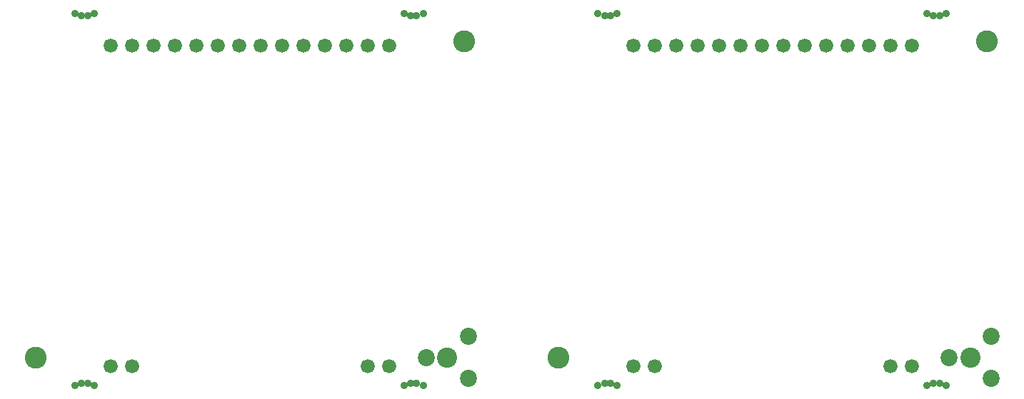
<source format=gbs>
G04 #@! TF.GenerationSoftware,KiCad,Pcbnew,7.0.10*
G04 #@! TF.CreationDate,2024-01-03T22:04:12+01:00*
G04 #@! TF.ProjectId,dogs102,646f6773-3130-4322-9e6b-696361645f70,rev?*
G04 #@! TF.SameCoordinates,Original*
G04 #@! TF.FileFunction,Soldermask,Bot*
G04 #@! TF.FilePolarity,Negative*
%FSLAX46Y46*%
G04 Gerber Fmt 4.6, Leading zero omitted, Abs format (unit mm)*
G04 Created by KiCad (PCBNEW 7.0.10) date 2024-01-03 22:04:12*
%MOMM*%
%LPD*%
G01*
G04 APERTURE LIST*
%ADD10C,1.680000*%
%ADD11C,2.400000*%
%ADD12C,2.020000*%
%ADD13C,2.600000*%
%ADD14C,0.900000*%
G04 APERTURE END LIST*
D10*
X130590000Y-124460000D03*
X133130000Y-124460000D03*
X161070000Y-124460000D03*
X163610000Y-124460000D03*
X163610000Y-86360000D03*
X161070000Y-86360000D03*
X158530000Y-86360000D03*
X155990000Y-86360000D03*
X153450000Y-86360000D03*
X150910000Y-86360000D03*
X148370000Y-86360000D03*
X145830000Y-86360000D03*
X143290000Y-86360000D03*
X140750000Y-86360000D03*
X138210000Y-86360000D03*
X135670000Y-86360000D03*
X133130000Y-86360000D03*
X130590000Y-86360000D03*
D11*
X170510000Y-123400000D03*
D12*
X173010000Y-120900000D03*
X168010000Y-123400000D03*
X173010000Y-125900000D03*
D13*
X183660000Y-123450000D03*
D14*
X227360000Y-82500000D03*
X228160000Y-82750000D03*
X228860000Y-82750000D03*
X229660000Y-82500000D03*
X229660000Y-126750000D03*
X228860000Y-126500000D03*
X228160000Y-126500000D03*
X227360000Y-126750000D03*
X188360000Y-82500000D03*
X189160000Y-82750000D03*
X189860000Y-82750000D03*
X190660000Y-82500000D03*
D13*
X172460000Y-85850000D03*
X121660000Y-123450000D03*
X234460000Y-85850000D03*
D14*
X165360000Y-82500000D03*
X166160000Y-82750000D03*
X166860000Y-82750000D03*
X167660000Y-82500000D03*
X126360000Y-82500000D03*
X127160000Y-82750000D03*
X127860000Y-82750000D03*
X128660000Y-82500000D03*
X167660000Y-126750000D03*
X166860000Y-126500000D03*
X166160000Y-126500000D03*
X165360000Y-126750000D03*
X190660000Y-126750000D03*
X189860000Y-126500000D03*
X189160000Y-126500000D03*
X188360000Y-126750000D03*
D10*
X192590000Y-124460000D03*
X195130000Y-124460000D03*
X223070000Y-124460000D03*
X225610000Y-124460000D03*
X225610000Y-86360000D03*
X223070000Y-86360000D03*
X220530000Y-86360000D03*
X217990000Y-86360000D03*
X215450000Y-86360000D03*
X212910000Y-86360000D03*
X210370000Y-86360000D03*
X207830000Y-86360000D03*
X205290000Y-86360000D03*
X202750000Y-86360000D03*
X200210000Y-86360000D03*
X197670000Y-86360000D03*
X195130000Y-86360000D03*
X192590000Y-86360000D03*
D14*
X128660000Y-126750000D03*
X127860000Y-126500000D03*
X127160000Y-126500000D03*
X126360000Y-126750000D03*
D11*
X232510000Y-123400000D03*
D12*
X235010000Y-120900000D03*
X230010000Y-123400000D03*
X235010000Y-125900000D03*
M02*

</source>
